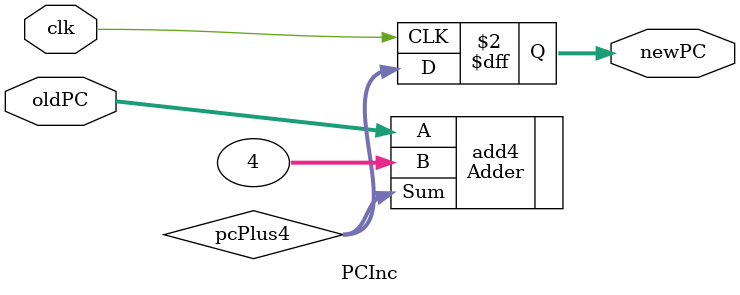
<source format=v>
module PCInc(
    input clk,
    input [31:0] oldPC,
    output reg [31:0] newPC,
);

wire [31:0] pcPlus4;

Adder add4(.A(oldPC), .B(32'd4), .Sum(pcPlus4));

always @(posedge clk)
    newPC <= pcPlus4;


endmodule
</source>
